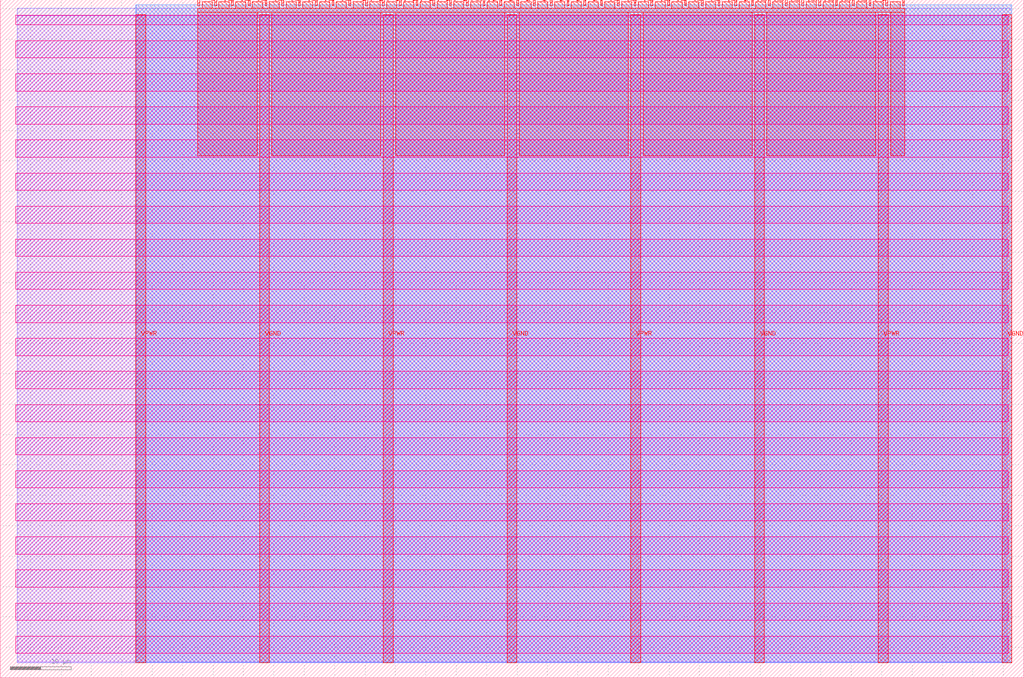
<source format=lef>
VERSION 5.7 ;
  NOWIREEXTENSIONATPIN ON ;
  DIVIDERCHAR "/" ;
  BUSBITCHARS "[]" ;
MACRO tt_um_btflv_8bit_fp_adder
  CLASS BLOCK ;
  FOREIGN tt_um_btflv_8bit_fp_adder ;
  ORIGIN 0.000 0.000 ;
  SIZE 168.360 BY 111.520 ;
  PIN VGND
    DIRECTION INOUT ;
    USE GROUND ;
    PORT
      LAYER met4 ;
        RECT 42.670 2.480 44.270 109.040 ;
    END
    PORT
      LAYER met4 ;
        RECT 83.380 2.480 84.980 109.040 ;
    END
    PORT
      LAYER met4 ;
        RECT 124.090 2.480 125.690 109.040 ;
    END
    PORT
      LAYER met4 ;
        RECT 164.800 2.480 166.400 109.040 ;
    END
  END VGND
  PIN VPWR
    DIRECTION INOUT ;
    USE POWER ;
    PORT
      LAYER met4 ;
        RECT 22.315 2.480 23.915 109.040 ;
    END
    PORT
      LAYER met4 ;
        RECT 63.025 2.480 64.625 109.040 ;
    END
    PORT
      LAYER met4 ;
        RECT 103.735 2.480 105.335 109.040 ;
    END
    PORT
      LAYER met4 ;
        RECT 144.445 2.480 146.045 109.040 ;
    END
  END VPWR
  PIN clk
    DIRECTION INPUT ;
    USE SIGNAL ;
    ANTENNAGATEAREA 0.852000 ;
    PORT
      LAYER met4 ;
        RECT 145.670 110.520 145.970 111.520 ;
    END
  END clk
  PIN ena
    DIRECTION INPUT ;
    USE SIGNAL ;
    ANTENNAGATEAREA 0.213000 ;
    PORT
      LAYER met4 ;
        RECT 148.430 110.520 148.730 111.520 ;
    END
  END ena
  PIN rst_n
    DIRECTION INPUT ;
    USE SIGNAL ;
    ANTENNAGATEAREA 0.213000 ;
    PORT
      LAYER met4 ;
        RECT 142.910 110.520 143.210 111.520 ;
    END
  END rst_n
  PIN ui_in[0]
    DIRECTION INPUT ;
    USE SIGNAL ;
    ANTENNAGATEAREA 0.213000 ;
    PORT
      LAYER met4 ;
        RECT 140.150 110.520 140.450 111.520 ;
    END
  END ui_in[0]
  PIN ui_in[1]
    DIRECTION INPUT ;
    USE SIGNAL ;
    ANTENNAGATEAREA 0.213000 ;
    PORT
      LAYER met4 ;
        RECT 137.390 110.520 137.690 111.520 ;
    END
  END ui_in[1]
  PIN ui_in[2]
    DIRECTION INPUT ;
    USE SIGNAL ;
    ANTENNAGATEAREA 0.159000 ;
    PORT
      LAYER met4 ;
        RECT 134.630 110.520 134.930 111.520 ;
    END
  END ui_in[2]
  PIN ui_in[3]
    DIRECTION INPUT ;
    USE SIGNAL ;
    ANTENNAGATEAREA 0.213000 ;
    PORT
      LAYER met4 ;
        RECT 131.870 110.520 132.170 111.520 ;
    END
  END ui_in[3]
  PIN ui_in[4]
    DIRECTION INPUT ;
    USE SIGNAL ;
    ANTENNAGATEAREA 0.159000 ;
    PORT
      LAYER met4 ;
        RECT 129.110 110.520 129.410 111.520 ;
    END
  END ui_in[4]
  PIN ui_in[5]
    DIRECTION INPUT ;
    USE SIGNAL ;
    ANTENNAGATEAREA 0.196500 ;
    PORT
      LAYER met4 ;
        RECT 126.350 110.520 126.650 111.520 ;
    END
  END ui_in[5]
  PIN ui_in[6]
    DIRECTION INPUT ;
    USE SIGNAL ;
    ANTENNAGATEAREA 0.196500 ;
    PORT
      LAYER met4 ;
        RECT 123.590 110.520 123.890 111.520 ;
    END
  END ui_in[6]
  PIN ui_in[7]
    DIRECTION INPUT ;
    USE SIGNAL ;
    ANTENNAGATEAREA 0.213000 ;
    PORT
      LAYER met4 ;
        RECT 120.830 110.520 121.130 111.520 ;
    END
  END ui_in[7]
  PIN uio_in[0]
    DIRECTION INPUT ;
    USE SIGNAL ;
    ANTENNAGATEAREA 0.213000 ;
    PORT
      LAYER met4 ;
        RECT 118.070 110.520 118.370 111.520 ;
    END
  END uio_in[0]
  PIN uio_in[1]
    DIRECTION INPUT ;
    USE SIGNAL ;
    ANTENNAGATEAREA 0.213000 ;
    PORT
      LAYER met4 ;
        RECT 115.310 110.520 115.610 111.520 ;
    END
  END uio_in[1]
  PIN uio_in[2]
    DIRECTION INPUT ;
    USE SIGNAL ;
    ANTENNAGATEAREA 0.213000 ;
    PORT
      LAYER met4 ;
        RECT 112.550 110.520 112.850 111.520 ;
    END
  END uio_in[2]
  PIN uio_in[3]
    DIRECTION INPUT ;
    USE SIGNAL ;
    ANTENNAGATEAREA 0.213000 ;
    PORT
      LAYER met4 ;
        RECT 109.790 110.520 110.090 111.520 ;
    END
  END uio_in[3]
  PIN uio_in[4]
    DIRECTION INPUT ;
    USE SIGNAL ;
    ANTENNAGATEAREA 0.159000 ;
    PORT
      LAYER met4 ;
        RECT 107.030 110.520 107.330 111.520 ;
    END
  END uio_in[4]
  PIN uio_in[5]
    DIRECTION INPUT ;
    USE SIGNAL ;
    ANTENNAGATEAREA 0.196500 ;
    PORT
      LAYER met4 ;
        RECT 104.270 110.520 104.570 111.520 ;
    END
  END uio_in[5]
  PIN uio_in[6]
    DIRECTION INPUT ;
    USE SIGNAL ;
    ANTENNAGATEAREA 0.196500 ;
    PORT
      LAYER met4 ;
        RECT 101.510 110.520 101.810 111.520 ;
    END
  END uio_in[6]
  PIN uio_in[7]
    DIRECTION INPUT ;
    USE SIGNAL ;
    ANTENNAGATEAREA 0.213000 ;
    PORT
      LAYER met4 ;
        RECT 98.750 110.520 99.050 111.520 ;
    END
  END uio_in[7]
  PIN uio_oe[0]
    DIRECTION OUTPUT TRISTATE ;
    USE SIGNAL ;
    PORT
      LAYER met4 ;
        RECT 51.830 110.520 52.130 111.520 ;
    END
  END uio_oe[0]
  PIN uio_oe[1]
    DIRECTION OUTPUT TRISTATE ;
    USE SIGNAL ;
    PORT
      LAYER met4 ;
        RECT 49.070 110.520 49.370 111.520 ;
    END
  END uio_oe[1]
  PIN uio_oe[2]
    DIRECTION OUTPUT TRISTATE ;
    USE SIGNAL ;
    PORT
      LAYER met4 ;
        RECT 46.310 110.520 46.610 111.520 ;
    END
  END uio_oe[2]
  PIN uio_oe[3]
    DIRECTION OUTPUT TRISTATE ;
    USE SIGNAL ;
    PORT
      LAYER met4 ;
        RECT 43.550 110.520 43.850 111.520 ;
    END
  END uio_oe[3]
  PIN uio_oe[4]
    DIRECTION OUTPUT TRISTATE ;
    USE SIGNAL ;
    PORT
      LAYER met4 ;
        RECT 40.790 110.520 41.090 111.520 ;
    END
  END uio_oe[4]
  PIN uio_oe[5]
    DIRECTION OUTPUT TRISTATE ;
    USE SIGNAL ;
    PORT
      LAYER met4 ;
        RECT 38.030 110.520 38.330 111.520 ;
    END
  END uio_oe[5]
  PIN uio_oe[6]
    DIRECTION OUTPUT TRISTATE ;
    USE SIGNAL ;
    PORT
      LAYER met4 ;
        RECT 35.270 110.520 35.570 111.520 ;
    END
  END uio_oe[6]
  PIN uio_oe[7]
    DIRECTION OUTPUT TRISTATE ;
    USE SIGNAL ;
    PORT
      LAYER met4 ;
        RECT 32.510 110.520 32.810 111.520 ;
    END
  END uio_oe[7]
  PIN uio_out[0]
    DIRECTION OUTPUT TRISTATE ;
    USE SIGNAL ;
    PORT
      LAYER met4 ;
        RECT 73.910 110.520 74.210 111.520 ;
    END
  END uio_out[0]
  PIN uio_out[1]
    DIRECTION OUTPUT TRISTATE ;
    USE SIGNAL ;
    PORT
      LAYER met4 ;
        RECT 71.150 110.520 71.450 111.520 ;
    END
  END uio_out[1]
  PIN uio_out[2]
    DIRECTION OUTPUT TRISTATE ;
    USE SIGNAL ;
    PORT
      LAYER met4 ;
        RECT 68.390 110.520 68.690 111.520 ;
    END
  END uio_out[2]
  PIN uio_out[3]
    DIRECTION OUTPUT TRISTATE ;
    USE SIGNAL ;
    PORT
      LAYER met4 ;
        RECT 65.630 110.520 65.930 111.520 ;
    END
  END uio_out[3]
  PIN uio_out[4]
    DIRECTION OUTPUT TRISTATE ;
    USE SIGNAL ;
    PORT
      LAYER met4 ;
        RECT 62.870 110.520 63.170 111.520 ;
    END
  END uio_out[4]
  PIN uio_out[5]
    DIRECTION OUTPUT TRISTATE ;
    USE SIGNAL ;
    PORT
      LAYER met4 ;
        RECT 60.110 110.520 60.410 111.520 ;
    END
  END uio_out[5]
  PIN uio_out[6]
    DIRECTION OUTPUT TRISTATE ;
    USE SIGNAL ;
    PORT
      LAYER met4 ;
        RECT 57.350 110.520 57.650 111.520 ;
    END
  END uio_out[6]
  PIN uio_out[7]
    DIRECTION OUTPUT TRISTATE ;
    USE SIGNAL ;
    PORT
      LAYER met4 ;
        RECT 54.590 110.520 54.890 111.520 ;
    END
  END uio_out[7]
  PIN uo_out[0]
    DIRECTION OUTPUT TRISTATE ;
    USE SIGNAL ;
    ANTENNADIFFAREA 0.445500 ;
    PORT
      LAYER met4 ;
        RECT 95.990 110.520 96.290 111.520 ;
    END
  END uo_out[0]
  PIN uo_out[1]
    DIRECTION OUTPUT TRISTATE ;
    USE SIGNAL ;
    ANTENNADIFFAREA 0.445500 ;
    PORT
      LAYER met4 ;
        RECT 93.230 110.520 93.530 111.520 ;
    END
  END uo_out[1]
  PIN uo_out[2]
    DIRECTION OUTPUT TRISTATE ;
    USE SIGNAL ;
    ANTENNADIFFAREA 0.445500 ;
    PORT
      LAYER met4 ;
        RECT 90.470 110.520 90.770 111.520 ;
    END
  END uo_out[2]
  PIN uo_out[3]
    DIRECTION OUTPUT TRISTATE ;
    USE SIGNAL ;
    ANTENNADIFFAREA 0.445500 ;
    PORT
      LAYER met4 ;
        RECT 87.710 110.520 88.010 111.520 ;
    END
  END uo_out[3]
  PIN uo_out[4]
    DIRECTION OUTPUT TRISTATE ;
    USE SIGNAL ;
    ANTENNADIFFAREA 0.445500 ;
    PORT
      LAYER met4 ;
        RECT 84.950 110.520 85.250 111.520 ;
    END
  END uo_out[4]
  PIN uo_out[5]
    DIRECTION OUTPUT TRISTATE ;
    USE SIGNAL ;
    ANTENNADIFFAREA 0.445500 ;
    PORT
      LAYER met4 ;
        RECT 82.190 110.520 82.490 111.520 ;
    END
  END uo_out[5]
  PIN uo_out[6]
    DIRECTION OUTPUT TRISTATE ;
    USE SIGNAL ;
    ANTENNADIFFAREA 0.891000 ;
    PORT
      LAYER met4 ;
        RECT 79.430 110.520 79.730 111.520 ;
    END
  END uo_out[6]
  PIN uo_out[7]
    DIRECTION OUTPUT TRISTATE ;
    USE SIGNAL ;
    ANTENNADIFFAREA 0.445500 ;
    PORT
      LAYER met4 ;
        RECT 76.670 110.520 76.970 111.520 ;
    END
  END uo_out[7]
  OBS
      LAYER nwell ;
        RECT 2.570 107.385 165.790 108.990 ;
        RECT 2.570 101.945 165.790 104.775 ;
        RECT 2.570 96.505 165.790 99.335 ;
        RECT 2.570 91.065 165.790 93.895 ;
        RECT 2.570 85.625 165.790 88.455 ;
        RECT 2.570 80.185 165.790 83.015 ;
        RECT 2.570 74.745 165.790 77.575 ;
        RECT 2.570 69.305 165.790 72.135 ;
        RECT 2.570 63.865 165.790 66.695 ;
        RECT 2.570 58.425 165.790 61.255 ;
        RECT 2.570 52.985 165.790 55.815 ;
        RECT 2.570 47.545 165.790 50.375 ;
        RECT 2.570 42.105 165.790 44.935 ;
        RECT 2.570 36.665 165.790 39.495 ;
        RECT 2.570 31.225 165.790 34.055 ;
        RECT 2.570 25.785 165.790 28.615 ;
        RECT 2.570 20.345 165.790 23.175 ;
        RECT 2.570 14.905 165.790 17.735 ;
        RECT 2.570 9.465 165.790 12.295 ;
        RECT 2.570 4.025 165.790 6.855 ;
      LAYER li1 ;
        RECT 2.760 2.635 165.600 108.885 ;
      LAYER met1 ;
        RECT 2.760 2.480 166.400 110.120 ;
      LAYER met2 ;
        RECT 22.345 2.535 166.370 110.685 ;
      LAYER met3 ;
        RECT 22.325 2.555 166.390 110.665 ;
      LAYER met4 ;
        RECT 33.210 110.120 34.870 111.170 ;
        RECT 35.970 110.120 37.630 111.170 ;
        RECT 38.730 110.120 40.390 111.170 ;
        RECT 41.490 110.120 43.150 111.170 ;
        RECT 44.250 110.120 45.910 111.170 ;
        RECT 47.010 110.120 48.670 111.170 ;
        RECT 49.770 110.120 51.430 111.170 ;
        RECT 52.530 110.120 54.190 111.170 ;
        RECT 55.290 110.120 56.950 111.170 ;
        RECT 58.050 110.120 59.710 111.170 ;
        RECT 60.810 110.120 62.470 111.170 ;
        RECT 63.570 110.120 65.230 111.170 ;
        RECT 66.330 110.120 67.990 111.170 ;
        RECT 69.090 110.120 70.750 111.170 ;
        RECT 71.850 110.120 73.510 111.170 ;
        RECT 74.610 110.120 76.270 111.170 ;
        RECT 77.370 110.120 79.030 111.170 ;
        RECT 80.130 110.120 81.790 111.170 ;
        RECT 82.890 110.120 84.550 111.170 ;
        RECT 85.650 110.120 87.310 111.170 ;
        RECT 88.410 110.120 90.070 111.170 ;
        RECT 91.170 110.120 92.830 111.170 ;
        RECT 93.930 110.120 95.590 111.170 ;
        RECT 96.690 110.120 98.350 111.170 ;
        RECT 99.450 110.120 101.110 111.170 ;
        RECT 102.210 110.120 103.870 111.170 ;
        RECT 104.970 110.120 106.630 111.170 ;
        RECT 107.730 110.120 109.390 111.170 ;
        RECT 110.490 110.120 112.150 111.170 ;
        RECT 113.250 110.120 114.910 111.170 ;
        RECT 116.010 110.120 117.670 111.170 ;
        RECT 118.770 110.120 120.430 111.170 ;
        RECT 121.530 110.120 123.190 111.170 ;
        RECT 124.290 110.120 125.950 111.170 ;
        RECT 127.050 110.120 128.710 111.170 ;
        RECT 129.810 110.120 131.470 111.170 ;
        RECT 132.570 110.120 134.230 111.170 ;
        RECT 135.330 110.120 136.990 111.170 ;
        RECT 138.090 110.120 139.750 111.170 ;
        RECT 140.850 110.120 142.510 111.170 ;
        RECT 143.610 110.120 145.270 111.170 ;
        RECT 146.370 110.120 148.030 111.170 ;
        RECT 32.495 109.440 148.745 110.120 ;
        RECT 32.495 85.855 42.270 109.440 ;
        RECT 44.670 85.855 62.625 109.440 ;
        RECT 65.025 85.855 82.980 109.440 ;
        RECT 85.380 85.855 103.335 109.440 ;
        RECT 105.735 85.855 123.690 109.440 ;
        RECT 126.090 85.855 144.045 109.440 ;
        RECT 146.445 85.855 148.745 109.440 ;
  END
END tt_um_btflv_8bit_fp_adder
END LIBRARY


</source>
